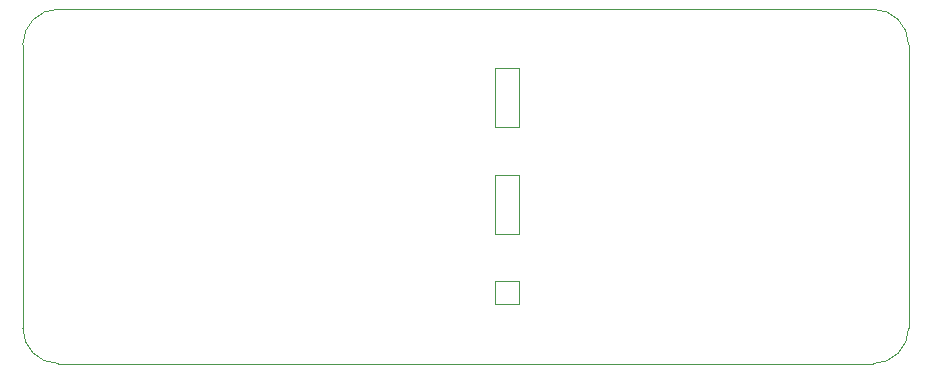
<source format=gm1>
%TF.GenerationSoftware,KiCad,Pcbnew,6.0.0*%
%TF.CreationDate,2022-01-11T02:49:15-08:00*%
%TF.ProjectId,ax5043,61783530-3433-42e6-9b69-6361645f7063,rev?*%
%TF.SameCoordinates,Original*%
%TF.FileFunction,Profile,NP*%
%FSLAX46Y46*%
G04 Gerber Fmt 4.6, Leading zero omitted, Abs format (unit mm)*
G04 Created by KiCad (PCBNEW 6.0.0) date 2022-01-11 02:49:15*
%MOMM*%
%LPD*%
G01*
G04 APERTURE LIST*
%TA.AperFunction,Profile*%
%ADD10C,0.100000*%
%TD*%
G04 APERTURE END LIST*
D10*
X92000000Y-50000000D02*
X122000000Y-50000000D01*
X122000000Y-80000000D02*
G75*
G03*
X125000000Y-77000000I-1J3000001D01*
G01*
X50000000Y-77000000D02*
G75*
G03*
X53000000Y-80000000I3000001J1D01*
G01*
X125000000Y-53000000D02*
X125000000Y-77000000D01*
X92000000Y-64000000D02*
X92000000Y-69000000D01*
X90000000Y-69000000D02*
X90000000Y-64000000D01*
X90000000Y-73000000D02*
X90000000Y-75000000D01*
X90000000Y-75000000D02*
X92000000Y-75000000D01*
X53000000Y-50000000D02*
X92000000Y-50000000D01*
X90000000Y-73000000D02*
X92000000Y-73000000D01*
X92000000Y-55000000D02*
X92000000Y-60000000D01*
X53000000Y-50000000D02*
G75*
G03*
X50000000Y-53000000I1J-3000001D01*
G01*
X92000000Y-69000000D02*
X90000000Y-69000000D01*
X92000000Y-55000000D02*
X90000000Y-55000000D01*
X122000000Y-80000000D02*
X90000000Y-80000000D01*
X90000000Y-80000000D02*
X53000000Y-80000000D01*
X90000000Y-60000000D02*
X92000000Y-60000000D01*
X50000000Y-77000000D02*
X50000000Y-53000000D01*
X90000000Y-64000000D02*
X92000000Y-64000000D01*
X125000000Y-53000000D02*
G75*
G03*
X122000000Y-50000000I-3000001J-1D01*
G01*
X90000000Y-55000000D02*
X90000000Y-60000000D01*
X92000000Y-73000000D02*
X92000000Y-75000000D01*
M02*

</source>
